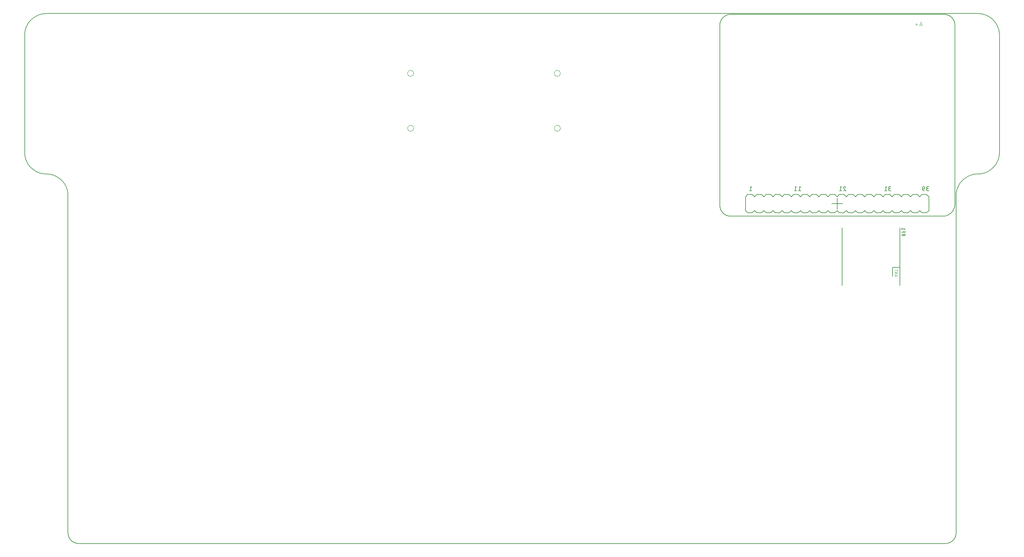
<source format=gbo>
G75*
%MOIN*%
%OFA0B0*%
%FSLAX25Y25*%
%IPPOS*%
%LPD*%
%AMOC8*
5,1,8,0,0,1.08239X$1,22.5*
%
%ADD10C,0.00600*%
%ADD11C,0.00000*%
%ADD12C,0.00500*%
%ADD13C,0.00400*%
%ADD14C,0.00300*%
D10*
X0094504Y0039386D02*
X0094504Y0407496D01*
X0094497Y0408067D01*
X0094476Y0408637D01*
X0094442Y0409207D01*
X0094394Y0409776D01*
X0094332Y0410343D01*
X0094256Y0410909D01*
X0094167Y0411473D01*
X0094064Y0412034D01*
X0093947Y0412593D01*
X0093818Y0413149D01*
X0093674Y0413702D01*
X0093518Y0414251D01*
X0093348Y0414796D01*
X0093165Y0415336D01*
X0092969Y0415872D01*
X0092760Y0416404D01*
X0092538Y0416930D01*
X0092304Y0417450D01*
X0092057Y0417965D01*
X0091798Y0418474D01*
X0091527Y0418976D01*
X0091243Y0419471D01*
X0090948Y0419960D01*
X0090641Y0420441D01*
X0090323Y0420915D01*
X0089993Y0421381D01*
X0089652Y0421838D01*
X0089299Y0422288D01*
X0088937Y0422728D01*
X0088563Y0423160D01*
X0088180Y0423583D01*
X0087786Y0423996D01*
X0087382Y0424400D01*
X0086969Y0424794D01*
X0086546Y0425177D01*
X0086114Y0425551D01*
X0085674Y0425913D01*
X0085224Y0426266D01*
X0084767Y0426607D01*
X0084301Y0426937D01*
X0083827Y0427255D01*
X0083346Y0427562D01*
X0082857Y0427857D01*
X0082362Y0428141D01*
X0081860Y0428412D01*
X0081351Y0428671D01*
X0080836Y0428918D01*
X0080316Y0429152D01*
X0079790Y0429374D01*
X0079258Y0429583D01*
X0078722Y0429779D01*
X0078182Y0429962D01*
X0077637Y0430132D01*
X0077088Y0430288D01*
X0076535Y0430432D01*
X0075979Y0430561D01*
X0075420Y0430678D01*
X0074859Y0430781D01*
X0074295Y0430870D01*
X0073729Y0430946D01*
X0073162Y0431008D01*
X0072593Y0431056D01*
X0072023Y0431090D01*
X0071453Y0431111D01*
X0070882Y0431118D01*
X0070311Y0431125D01*
X0069741Y0431146D01*
X0069171Y0431180D01*
X0068602Y0431228D01*
X0068035Y0431290D01*
X0067469Y0431366D01*
X0066905Y0431455D01*
X0066344Y0431558D01*
X0065785Y0431675D01*
X0065229Y0431804D01*
X0064676Y0431948D01*
X0064127Y0432104D01*
X0063582Y0432274D01*
X0063042Y0432457D01*
X0062506Y0432653D01*
X0061974Y0432862D01*
X0061448Y0433084D01*
X0060928Y0433318D01*
X0060413Y0433565D01*
X0059904Y0433824D01*
X0059402Y0434095D01*
X0058907Y0434379D01*
X0058418Y0434674D01*
X0057937Y0434981D01*
X0057463Y0435299D01*
X0056997Y0435629D01*
X0056540Y0435970D01*
X0056090Y0436323D01*
X0055650Y0436685D01*
X0055218Y0437059D01*
X0054795Y0437442D01*
X0054382Y0437836D01*
X0053978Y0438240D01*
X0053584Y0438653D01*
X0053201Y0439076D01*
X0052827Y0439508D01*
X0052465Y0439948D01*
X0052112Y0440398D01*
X0051771Y0440855D01*
X0051441Y0441321D01*
X0051123Y0441795D01*
X0050816Y0442276D01*
X0050521Y0442765D01*
X0050237Y0443260D01*
X0049966Y0443762D01*
X0049707Y0444271D01*
X0049460Y0444786D01*
X0049226Y0445306D01*
X0049004Y0445832D01*
X0048795Y0446364D01*
X0048599Y0446900D01*
X0048416Y0447440D01*
X0048246Y0447985D01*
X0048090Y0448534D01*
X0047946Y0449087D01*
X0047817Y0449643D01*
X0047700Y0450202D01*
X0047597Y0450763D01*
X0047508Y0451327D01*
X0047432Y0451893D01*
X0047370Y0452460D01*
X0047322Y0453029D01*
X0047288Y0453599D01*
X0047267Y0454169D01*
X0047260Y0454740D01*
X0047260Y0582693D01*
X0047267Y0583264D01*
X0047288Y0583834D01*
X0047322Y0584404D01*
X0047370Y0584973D01*
X0047432Y0585540D01*
X0047508Y0586106D01*
X0047597Y0586670D01*
X0047700Y0587231D01*
X0047817Y0587790D01*
X0047946Y0588346D01*
X0048090Y0588899D01*
X0048246Y0589448D01*
X0048416Y0589993D01*
X0048599Y0590533D01*
X0048795Y0591069D01*
X0049004Y0591601D01*
X0049226Y0592127D01*
X0049460Y0592647D01*
X0049707Y0593162D01*
X0049966Y0593671D01*
X0050237Y0594173D01*
X0050521Y0594668D01*
X0050816Y0595157D01*
X0051123Y0595638D01*
X0051441Y0596112D01*
X0051771Y0596578D01*
X0052112Y0597035D01*
X0052465Y0597485D01*
X0052827Y0597925D01*
X0053201Y0598357D01*
X0053584Y0598780D01*
X0053978Y0599193D01*
X0054382Y0599597D01*
X0054795Y0599991D01*
X0055218Y0600374D01*
X0055650Y0600748D01*
X0056090Y0601110D01*
X0056540Y0601463D01*
X0056997Y0601804D01*
X0057463Y0602134D01*
X0057937Y0602452D01*
X0058418Y0602759D01*
X0058907Y0603054D01*
X0059402Y0603338D01*
X0059904Y0603609D01*
X0060413Y0603868D01*
X0060928Y0604115D01*
X0061448Y0604349D01*
X0061974Y0604571D01*
X0062506Y0604780D01*
X0063042Y0604976D01*
X0063582Y0605159D01*
X0064127Y0605329D01*
X0064676Y0605485D01*
X0065229Y0605629D01*
X0065785Y0605758D01*
X0066344Y0605875D01*
X0066905Y0605978D01*
X0067469Y0606067D01*
X0068035Y0606143D01*
X0068602Y0606205D01*
X0069171Y0606253D01*
X0069741Y0606287D01*
X0070311Y0606308D01*
X0070882Y0606315D01*
X1086630Y0606315D01*
X1087201Y0606308D01*
X1087771Y0606287D01*
X1088341Y0606253D01*
X1088910Y0606205D01*
X1089477Y0606143D01*
X1090043Y0606067D01*
X1090607Y0605978D01*
X1091168Y0605875D01*
X1091727Y0605758D01*
X1092283Y0605629D01*
X1092836Y0605485D01*
X1093385Y0605329D01*
X1093930Y0605159D01*
X1094470Y0604976D01*
X1095006Y0604780D01*
X1095538Y0604571D01*
X1096064Y0604349D01*
X1096584Y0604115D01*
X1097099Y0603868D01*
X1097608Y0603609D01*
X1098110Y0603338D01*
X1098605Y0603054D01*
X1099094Y0602759D01*
X1099575Y0602452D01*
X1100049Y0602134D01*
X1100515Y0601804D01*
X1100972Y0601463D01*
X1101422Y0601110D01*
X1101862Y0600748D01*
X1102294Y0600374D01*
X1102717Y0599991D01*
X1103130Y0599597D01*
X1103534Y0599193D01*
X1103928Y0598780D01*
X1104311Y0598357D01*
X1104685Y0597925D01*
X1105047Y0597485D01*
X1105400Y0597035D01*
X1105741Y0596578D01*
X1106071Y0596112D01*
X1106389Y0595638D01*
X1106696Y0595157D01*
X1106991Y0594668D01*
X1107275Y0594173D01*
X1107546Y0593671D01*
X1107805Y0593162D01*
X1108052Y0592647D01*
X1108286Y0592127D01*
X1108508Y0591601D01*
X1108717Y0591069D01*
X1108913Y0590533D01*
X1109096Y0589993D01*
X1109266Y0589448D01*
X1109422Y0588899D01*
X1109566Y0588346D01*
X1109695Y0587790D01*
X1109812Y0587231D01*
X1109915Y0586670D01*
X1110004Y0586106D01*
X1110080Y0585540D01*
X1110142Y0584973D01*
X1110190Y0584404D01*
X1110224Y0583834D01*
X1110245Y0583264D01*
X1110252Y0582693D01*
X1110252Y0454740D01*
X1110245Y0454169D01*
X1110224Y0453599D01*
X1110190Y0453029D01*
X1110142Y0452460D01*
X1110080Y0451893D01*
X1110004Y0451327D01*
X1109915Y0450763D01*
X1109812Y0450202D01*
X1109695Y0449643D01*
X1109566Y0449087D01*
X1109422Y0448534D01*
X1109266Y0447985D01*
X1109096Y0447440D01*
X1108913Y0446900D01*
X1108717Y0446364D01*
X1108508Y0445832D01*
X1108286Y0445306D01*
X1108052Y0444786D01*
X1107805Y0444271D01*
X1107546Y0443762D01*
X1107275Y0443260D01*
X1106991Y0442765D01*
X1106696Y0442276D01*
X1106389Y0441795D01*
X1106071Y0441321D01*
X1105741Y0440855D01*
X1105400Y0440398D01*
X1105047Y0439948D01*
X1104685Y0439508D01*
X1104311Y0439076D01*
X1103928Y0438653D01*
X1103534Y0438240D01*
X1103130Y0437836D01*
X1102717Y0437442D01*
X1102294Y0437059D01*
X1101862Y0436685D01*
X1101422Y0436323D01*
X1100972Y0435970D01*
X1100515Y0435629D01*
X1100049Y0435299D01*
X1099575Y0434981D01*
X1099094Y0434674D01*
X1098605Y0434379D01*
X1098110Y0434095D01*
X1097608Y0433824D01*
X1097099Y0433565D01*
X1096584Y0433318D01*
X1096064Y0433084D01*
X1095538Y0432862D01*
X1095006Y0432653D01*
X1094470Y0432457D01*
X1093930Y0432274D01*
X1093385Y0432104D01*
X1092836Y0431948D01*
X1092283Y0431804D01*
X1091727Y0431675D01*
X1091168Y0431558D01*
X1090607Y0431455D01*
X1090043Y0431366D01*
X1089477Y0431290D01*
X1088910Y0431228D01*
X1088341Y0431180D01*
X1087771Y0431146D01*
X1087201Y0431125D01*
X1086630Y0431118D01*
X1086059Y0431111D01*
X1085489Y0431090D01*
X1084919Y0431056D01*
X1084350Y0431008D01*
X1083783Y0430946D01*
X1083217Y0430870D01*
X1082653Y0430781D01*
X1082092Y0430678D01*
X1081533Y0430561D01*
X1080977Y0430432D01*
X1080424Y0430288D01*
X1079875Y0430132D01*
X1079330Y0429962D01*
X1078790Y0429779D01*
X1078254Y0429583D01*
X1077722Y0429374D01*
X1077196Y0429152D01*
X1076676Y0428918D01*
X1076161Y0428671D01*
X1075652Y0428412D01*
X1075150Y0428141D01*
X1074655Y0427857D01*
X1074166Y0427562D01*
X1073685Y0427255D01*
X1073211Y0426937D01*
X1072745Y0426607D01*
X1072288Y0426266D01*
X1071838Y0425913D01*
X1071398Y0425551D01*
X1070966Y0425177D01*
X1070543Y0424794D01*
X1070130Y0424400D01*
X1069726Y0423996D01*
X1069332Y0423583D01*
X1068949Y0423160D01*
X1068575Y0422728D01*
X1068213Y0422288D01*
X1067860Y0421838D01*
X1067519Y0421381D01*
X1067189Y0420915D01*
X1066871Y0420441D01*
X1066564Y0419960D01*
X1066269Y0419471D01*
X1065985Y0418976D01*
X1065714Y0418474D01*
X1065455Y0417965D01*
X1065208Y0417450D01*
X1064974Y0416930D01*
X1064752Y0416404D01*
X1064543Y0415872D01*
X1064347Y0415336D01*
X1064164Y0414796D01*
X1063994Y0414251D01*
X1063838Y0413702D01*
X1063694Y0413149D01*
X1063565Y0412593D01*
X1063448Y0412034D01*
X1063345Y0411473D01*
X1063256Y0410909D01*
X1063180Y0410343D01*
X1063118Y0409776D01*
X1063070Y0409207D01*
X1063036Y0408637D01*
X1063015Y0408067D01*
X1063008Y0407496D01*
X1063008Y0039386D01*
X1063005Y0039101D01*
X1062994Y0038815D01*
X1062977Y0038530D01*
X1062953Y0038246D01*
X1062922Y0037962D01*
X1062884Y0037679D01*
X1062839Y0037398D01*
X1062788Y0037117D01*
X1062730Y0036837D01*
X1062665Y0036559D01*
X1062593Y0036283D01*
X1062515Y0036009D01*
X1062430Y0035736D01*
X1062338Y0035466D01*
X1062240Y0035198D01*
X1062136Y0034932D01*
X1062025Y0034669D01*
X1061908Y0034409D01*
X1061785Y0034151D01*
X1061655Y0033897D01*
X1061519Y0033646D01*
X1061378Y0033398D01*
X1061230Y0033154D01*
X1061077Y0032913D01*
X1060917Y0032677D01*
X1060752Y0032444D01*
X1060582Y0032215D01*
X1060406Y0031990D01*
X1060224Y0031770D01*
X1060038Y0031554D01*
X1059846Y0031343D01*
X1059649Y0031136D01*
X1059447Y0030934D01*
X1059240Y0030737D01*
X1059029Y0030545D01*
X1058813Y0030359D01*
X1058593Y0030177D01*
X1058368Y0030001D01*
X1058139Y0029831D01*
X1057906Y0029666D01*
X1057670Y0029506D01*
X1057429Y0029353D01*
X1057185Y0029205D01*
X1056937Y0029064D01*
X1056686Y0028928D01*
X1056432Y0028798D01*
X1056174Y0028675D01*
X1055914Y0028558D01*
X1055651Y0028447D01*
X1055385Y0028343D01*
X1055117Y0028245D01*
X1054847Y0028153D01*
X1054574Y0028068D01*
X1054300Y0027990D01*
X1054024Y0027918D01*
X1053746Y0027853D01*
X1053466Y0027795D01*
X1053185Y0027744D01*
X1052904Y0027699D01*
X1052621Y0027661D01*
X1052337Y0027630D01*
X1052053Y0027606D01*
X1051768Y0027589D01*
X1051482Y0027578D01*
X1051197Y0027575D01*
X0106315Y0027575D01*
X0106030Y0027578D01*
X0105744Y0027589D01*
X0105459Y0027606D01*
X0105175Y0027630D01*
X0104891Y0027661D01*
X0104608Y0027699D01*
X0104327Y0027744D01*
X0104046Y0027795D01*
X0103766Y0027853D01*
X0103488Y0027918D01*
X0103212Y0027990D01*
X0102938Y0028068D01*
X0102665Y0028153D01*
X0102395Y0028245D01*
X0102127Y0028343D01*
X0101861Y0028447D01*
X0101598Y0028558D01*
X0101338Y0028675D01*
X0101080Y0028798D01*
X0100826Y0028928D01*
X0100575Y0029064D01*
X0100327Y0029205D01*
X0100083Y0029353D01*
X0099842Y0029506D01*
X0099606Y0029666D01*
X0099373Y0029831D01*
X0099144Y0030001D01*
X0098919Y0030177D01*
X0098699Y0030359D01*
X0098483Y0030545D01*
X0098272Y0030737D01*
X0098065Y0030934D01*
X0097863Y0031136D01*
X0097666Y0031343D01*
X0097474Y0031554D01*
X0097288Y0031770D01*
X0097106Y0031990D01*
X0096930Y0032215D01*
X0096760Y0032444D01*
X0096595Y0032677D01*
X0096435Y0032913D01*
X0096282Y0033154D01*
X0096134Y0033398D01*
X0095993Y0033646D01*
X0095857Y0033897D01*
X0095727Y0034151D01*
X0095604Y0034409D01*
X0095487Y0034669D01*
X0095376Y0034932D01*
X0095272Y0035198D01*
X0095174Y0035466D01*
X0095082Y0035736D01*
X0094997Y0036009D01*
X0094919Y0036283D01*
X0094847Y0036559D01*
X0094782Y0036837D01*
X0094724Y0037117D01*
X0094673Y0037398D01*
X0094628Y0037679D01*
X0094590Y0037962D01*
X0094559Y0038246D01*
X0094535Y0038530D01*
X0094518Y0038815D01*
X0094507Y0039101D01*
X0094504Y0039386D01*
X0833362Y0391276D02*
X0833362Y0406276D01*
X0835862Y0408776D01*
X0840862Y0408776D01*
X0843362Y0406276D01*
X0845862Y0408776D01*
X0850862Y0408776D01*
X0853362Y0406276D01*
X0855862Y0408776D01*
X0860862Y0408776D01*
X0863362Y0406276D01*
X0865862Y0408776D01*
X0870862Y0408776D01*
X0873362Y0406276D01*
X0875862Y0408776D01*
X0880862Y0408776D01*
X0883362Y0406276D01*
X0885862Y0408776D01*
X0890862Y0408776D01*
X0893362Y0406276D01*
X0895862Y0408776D01*
X0900862Y0408776D01*
X0903362Y0406276D01*
X0905862Y0408776D01*
X0910862Y0408776D01*
X0913362Y0406276D01*
X0915862Y0408776D01*
X0920862Y0408776D01*
X0923362Y0406276D01*
X0925862Y0408776D01*
X0930862Y0408776D01*
X0933362Y0406276D01*
X0935862Y0408776D01*
X0940862Y0408776D01*
X0943362Y0406276D01*
X0945862Y0408776D01*
X0950862Y0408776D01*
X0953362Y0406276D01*
X0955862Y0408776D01*
X0960862Y0408776D01*
X0963362Y0406276D01*
X0965862Y0408776D01*
X0970862Y0408776D01*
X0973362Y0406276D01*
X0975862Y0408776D01*
X0980862Y0408776D01*
X0983362Y0406276D01*
X0985862Y0408776D01*
X0990862Y0408776D01*
X0993362Y0406276D01*
X0995862Y0408776D01*
X1000862Y0408776D01*
X1003362Y0406276D01*
X1005862Y0408776D01*
X1010862Y0408776D01*
X1013362Y0406276D01*
X1015862Y0408776D01*
X1020862Y0408776D01*
X1023362Y0406276D01*
X1025862Y0408776D01*
X1030862Y0408776D01*
X1033362Y0406276D01*
X1033362Y0391276D01*
X1030862Y0388776D01*
X1025862Y0388776D01*
X1023362Y0391276D01*
X1020862Y0388776D01*
X1015862Y0388776D01*
X1013362Y0391276D01*
X1010862Y0388776D01*
X1005862Y0388776D01*
X1003362Y0391276D01*
X1000862Y0388776D01*
X0995862Y0388776D01*
X0993362Y0391276D01*
X0990862Y0388776D01*
X0985862Y0388776D01*
X0983362Y0391276D01*
X0980862Y0388776D01*
X0975862Y0388776D01*
X0973362Y0391276D01*
X0970862Y0388776D01*
X0965862Y0388776D01*
X0963362Y0391276D01*
X0960862Y0388776D01*
X0955862Y0388776D01*
X0953362Y0391276D01*
X0950862Y0388776D01*
X0945862Y0388776D01*
X0943362Y0391276D01*
X0940862Y0388776D01*
X0935862Y0388776D01*
X0933362Y0391276D01*
X0930862Y0388776D01*
X0925862Y0388776D01*
X0923362Y0391276D01*
X0920862Y0388776D01*
X0915862Y0388776D01*
X0913362Y0391276D01*
X0910862Y0388776D01*
X0905862Y0388776D01*
X0903362Y0391276D01*
X0900862Y0388776D01*
X0895862Y0388776D01*
X0893362Y0391276D01*
X0890862Y0388776D01*
X0885862Y0388776D01*
X0883362Y0391276D01*
X0880862Y0388776D01*
X0875862Y0388776D01*
X0873362Y0391276D01*
X0870862Y0388776D01*
X0865862Y0388776D01*
X0863362Y0391276D01*
X0860862Y0388776D01*
X0855862Y0388776D01*
X0853362Y0391276D01*
X0850862Y0388776D01*
X0845862Y0388776D01*
X0843362Y0391276D01*
X0840862Y0388776D01*
X0835862Y0388776D01*
X0833362Y0391276D01*
D11*
X0624719Y0481157D02*
X0624721Y0481270D01*
X0624727Y0481384D01*
X0624737Y0481497D01*
X0624751Y0481609D01*
X0624768Y0481721D01*
X0624790Y0481833D01*
X0624816Y0481943D01*
X0624845Y0482053D01*
X0624878Y0482161D01*
X0624915Y0482269D01*
X0624956Y0482374D01*
X0625000Y0482479D01*
X0625048Y0482582D01*
X0625099Y0482683D01*
X0625154Y0482782D01*
X0625213Y0482879D01*
X0625275Y0482974D01*
X0625340Y0483067D01*
X0625408Y0483158D01*
X0625479Y0483246D01*
X0625554Y0483332D01*
X0625631Y0483415D01*
X0625711Y0483495D01*
X0625794Y0483572D01*
X0625880Y0483647D01*
X0625968Y0483718D01*
X0626059Y0483786D01*
X0626152Y0483851D01*
X0626247Y0483913D01*
X0626344Y0483972D01*
X0626443Y0484027D01*
X0626544Y0484078D01*
X0626647Y0484126D01*
X0626752Y0484170D01*
X0626857Y0484211D01*
X0626965Y0484248D01*
X0627073Y0484281D01*
X0627183Y0484310D01*
X0627293Y0484336D01*
X0627405Y0484358D01*
X0627517Y0484375D01*
X0627629Y0484389D01*
X0627742Y0484399D01*
X0627856Y0484405D01*
X0627969Y0484407D01*
X0628082Y0484405D01*
X0628196Y0484399D01*
X0628309Y0484389D01*
X0628421Y0484375D01*
X0628533Y0484358D01*
X0628645Y0484336D01*
X0628755Y0484310D01*
X0628865Y0484281D01*
X0628973Y0484248D01*
X0629081Y0484211D01*
X0629186Y0484170D01*
X0629291Y0484126D01*
X0629394Y0484078D01*
X0629495Y0484027D01*
X0629594Y0483972D01*
X0629691Y0483913D01*
X0629786Y0483851D01*
X0629879Y0483786D01*
X0629970Y0483718D01*
X0630058Y0483647D01*
X0630144Y0483572D01*
X0630227Y0483495D01*
X0630307Y0483415D01*
X0630384Y0483332D01*
X0630459Y0483246D01*
X0630530Y0483158D01*
X0630598Y0483067D01*
X0630663Y0482974D01*
X0630725Y0482879D01*
X0630784Y0482782D01*
X0630839Y0482683D01*
X0630890Y0482582D01*
X0630938Y0482479D01*
X0630982Y0482374D01*
X0631023Y0482269D01*
X0631060Y0482161D01*
X0631093Y0482053D01*
X0631122Y0481943D01*
X0631148Y0481833D01*
X0631170Y0481721D01*
X0631187Y0481609D01*
X0631201Y0481497D01*
X0631211Y0481384D01*
X0631217Y0481270D01*
X0631219Y0481157D01*
X0631217Y0481044D01*
X0631211Y0480930D01*
X0631201Y0480817D01*
X0631187Y0480705D01*
X0631170Y0480593D01*
X0631148Y0480481D01*
X0631122Y0480371D01*
X0631093Y0480261D01*
X0631060Y0480153D01*
X0631023Y0480045D01*
X0630982Y0479940D01*
X0630938Y0479835D01*
X0630890Y0479732D01*
X0630839Y0479631D01*
X0630784Y0479532D01*
X0630725Y0479435D01*
X0630663Y0479340D01*
X0630598Y0479247D01*
X0630530Y0479156D01*
X0630459Y0479068D01*
X0630384Y0478982D01*
X0630307Y0478899D01*
X0630227Y0478819D01*
X0630144Y0478742D01*
X0630058Y0478667D01*
X0629970Y0478596D01*
X0629879Y0478528D01*
X0629786Y0478463D01*
X0629691Y0478401D01*
X0629594Y0478342D01*
X0629495Y0478287D01*
X0629394Y0478236D01*
X0629291Y0478188D01*
X0629186Y0478144D01*
X0629081Y0478103D01*
X0628973Y0478066D01*
X0628865Y0478033D01*
X0628755Y0478004D01*
X0628645Y0477978D01*
X0628533Y0477956D01*
X0628421Y0477939D01*
X0628309Y0477925D01*
X0628196Y0477915D01*
X0628082Y0477909D01*
X0627969Y0477907D01*
X0627856Y0477909D01*
X0627742Y0477915D01*
X0627629Y0477925D01*
X0627517Y0477939D01*
X0627405Y0477956D01*
X0627293Y0477978D01*
X0627183Y0478004D01*
X0627073Y0478033D01*
X0626965Y0478066D01*
X0626857Y0478103D01*
X0626752Y0478144D01*
X0626647Y0478188D01*
X0626544Y0478236D01*
X0626443Y0478287D01*
X0626344Y0478342D01*
X0626247Y0478401D01*
X0626152Y0478463D01*
X0626059Y0478528D01*
X0625968Y0478596D01*
X0625880Y0478667D01*
X0625794Y0478742D01*
X0625711Y0478819D01*
X0625631Y0478899D01*
X0625554Y0478982D01*
X0625479Y0479068D01*
X0625408Y0479156D01*
X0625340Y0479247D01*
X0625275Y0479340D01*
X0625213Y0479435D01*
X0625154Y0479532D01*
X0625099Y0479631D01*
X0625048Y0479732D01*
X0625000Y0479835D01*
X0624956Y0479940D01*
X0624915Y0480045D01*
X0624878Y0480153D01*
X0624845Y0480261D01*
X0624816Y0480371D01*
X0624790Y0480481D01*
X0624768Y0480593D01*
X0624751Y0480705D01*
X0624737Y0480817D01*
X0624727Y0480930D01*
X0624721Y0481044D01*
X0624719Y0481157D01*
X0624719Y0541157D02*
X0624721Y0541270D01*
X0624727Y0541384D01*
X0624737Y0541497D01*
X0624751Y0541609D01*
X0624768Y0541721D01*
X0624790Y0541833D01*
X0624816Y0541943D01*
X0624845Y0542053D01*
X0624878Y0542161D01*
X0624915Y0542269D01*
X0624956Y0542374D01*
X0625000Y0542479D01*
X0625048Y0542582D01*
X0625099Y0542683D01*
X0625154Y0542782D01*
X0625213Y0542879D01*
X0625275Y0542974D01*
X0625340Y0543067D01*
X0625408Y0543158D01*
X0625479Y0543246D01*
X0625554Y0543332D01*
X0625631Y0543415D01*
X0625711Y0543495D01*
X0625794Y0543572D01*
X0625880Y0543647D01*
X0625968Y0543718D01*
X0626059Y0543786D01*
X0626152Y0543851D01*
X0626247Y0543913D01*
X0626344Y0543972D01*
X0626443Y0544027D01*
X0626544Y0544078D01*
X0626647Y0544126D01*
X0626752Y0544170D01*
X0626857Y0544211D01*
X0626965Y0544248D01*
X0627073Y0544281D01*
X0627183Y0544310D01*
X0627293Y0544336D01*
X0627405Y0544358D01*
X0627517Y0544375D01*
X0627629Y0544389D01*
X0627742Y0544399D01*
X0627856Y0544405D01*
X0627969Y0544407D01*
X0628082Y0544405D01*
X0628196Y0544399D01*
X0628309Y0544389D01*
X0628421Y0544375D01*
X0628533Y0544358D01*
X0628645Y0544336D01*
X0628755Y0544310D01*
X0628865Y0544281D01*
X0628973Y0544248D01*
X0629081Y0544211D01*
X0629186Y0544170D01*
X0629291Y0544126D01*
X0629394Y0544078D01*
X0629495Y0544027D01*
X0629594Y0543972D01*
X0629691Y0543913D01*
X0629786Y0543851D01*
X0629879Y0543786D01*
X0629970Y0543718D01*
X0630058Y0543647D01*
X0630144Y0543572D01*
X0630227Y0543495D01*
X0630307Y0543415D01*
X0630384Y0543332D01*
X0630459Y0543246D01*
X0630530Y0543158D01*
X0630598Y0543067D01*
X0630663Y0542974D01*
X0630725Y0542879D01*
X0630784Y0542782D01*
X0630839Y0542683D01*
X0630890Y0542582D01*
X0630938Y0542479D01*
X0630982Y0542374D01*
X0631023Y0542269D01*
X0631060Y0542161D01*
X0631093Y0542053D01*
X0631122Y0541943D01*
X0631148Y0541833D01*
X0631170Y0541721D01*
X0631187Y0541609D01*
X0631201Y0541497D01*
X0631211Y0541384D01*
X0631217Y0541270D01*
X0631219Y0541157D01*
X0631217Y0541044D01*
X0631211Y0540930D01*
X0631201Y0540817D01*
X0631187Y0540705D01*
X0631170Y0540593D01*
X0631148Y0540481D01*
X0631122Y0540371D01*
X0631093Y0540261D01*
X0631060Y0540153D01*
X0631023Y0540045D01*
X0630982Y0539940D01*
X0630938Y0539835D01*
X0630890Y0539732D01*
X0630839Y0539631D01*
X0630784Y0539532D01*
X0630725Y0539435D01*
X0630663Y0539340D01*
X0630598Y0539247D01*
X0630530Y0539156D01*
X0630459Y0539068D01*
X0630384Y0538982D01*
X0630307Y0538899D01*
X0630227Y0538819D01*
X0630144Y0538742D01*
X0630058Y0538667D01*
X0629970Y0538596D01*
X0629879Y0538528D01*
X0629786Y0538463D01*
X0629691Y0538401D01*
X0629594Y0538342D01*
X0629495Y0538287D01*
X0629394Y0538236D01*
X0629291Y0538188D01*
X0629186Y0538144D01*
X0629081Y0538103D01*
X0628973Y0538066D01*
X0628865Y0538033D01*
X0628755Y0538004D01*
X0628645Y0537978D01*
X0628533Y0537956D01*
X0628421Y0537939D01*
X0628309Y0537925D01*
X0628196Y0537915D01*
X0628082Y0537909D01*
X0627969Y0537907D01*
X0627856Y0537909D01*
X0627742Y0537915D01*
X0627629Y0537925D01*
X0627517Y0537939D01*
X0627405Y0537956D01*
X0627293Y0537978D01*
X0627183Y0538004D01*
X0627073Y0538033D01*
X0626965Y0538066D01*
X0626857Y0538103D01*
X0626752Y0538144D01*
X0626647Y0538188D01*
X0626544Y0538236D01*
X0626443Y0538287D01*
X0626344Y0538342D01*
X0626247Y0538401D01*
X0626152Y0538463D01*
X0626059Y0538528D01*
X0625968Y0538596D01*
X0625880Y0538667D01*
X0625794Y0538742D01*
X0625711Y0538819D01*
X0625631Y0538899D01*
X0625554Y0538982D01*
X0625479Y0539068D01*
X0625408Y0539156D01*
X0625340Y0539247D01*
X0625275Y0539340D01*
X0625213Y0539435D01*
X0625154Y0539532D01*
X0625099Y0539631D01*
X0625048Y0539732D01*
X0625000Y0539835D01*
X0624956Y0539940D01*
X0624915Y0540045D01*
X0624878Y0540153D01*
X0624845Y0540261D01*
X0624816Y0540371D01*
X0624790Y0540481D01*
X0624768Y0540593D01*
X0624751Y0540705D01*
X0624737Y0540817D01*
X0624727Y0540930D01*
X0624721Y0541044D01*
X0624719Y0541157D01*
X0464719Y0541157D02*
X0464721Y0541270D01*
X0464727Y0541384D01*
X0464737Y0541497D01*
X0464751Y0541609D01*
X0464768Y0541721D01*
X0464790Y0541833D01*
X0464816Y0541943D01*
X0464845Y0542053D01*
X0464878Y0542161D01*
X0464915Y0542269D01*
X0464956Y0542374D01*
X0465000Y0542479D01*
X0465048Y0542582D01*
X0465099Y0542683D01*
X0465154Y0542782D01*
X0465213Y0542879D01*
X0465275Y0542974D01*
X0465340Y0543067D01*
X0465408Y0543158D01*
X0465479Y0543246D01*
X0465554Y0543332D01*
X0465631Y0543415D01*
X0465711Y0543495D01*
X0465794Y0543572D01*
X0465880Y0543647D01*
X0465968Y0543718D01*
X0466059Y0543786D01*
X0466152Y0543851D01*
X0466247Y0543913D01*
X0466344Y0543972D01*
X0466443Y0544027D01*
X0466544Y0544078D01*
X0466647Y0544126D01*
X0466752Y0544170D01*
X0466857Y0544211D01*
X0466965Y0544248D01*
X0467073Y0544281D01*
X0467183Y0544310D01*
X0467293Y0544336D01*
X0467405Y0544358D01*
X0467517Y0544375D01*
X0467629Y0544389D01*
X0467742Y0544399D01*
X0467856Y0544405D01*
X0467969Y0544407D01*
X0468082Y0544405D01*
X0468196Y0544399D01*
X0468309Y0544389D01*
X0468421Y0544375D01*
X0468533Y0544358D01*
X0468645Y0544336D01*
X0468755Y0544310D01*
X0468865Y0544281D01*
X0468973Y0544248D01*
X0469081Y0544211D01*
X0469186Y0544170D01*
X0469291Y0544126D01*
X0469394Y0544078D01*
X0469495Y0544027D01*
X0469594Y0543972D01*
X0469691Y0543913D01*
X0469786Y0543851D01*
X0469879Y0543786D01*
X0469970Y0543718D01*
X0470058Y0543647D01*
X0470144Y0543572D01*
X0470227Y0543495D01*
X0470307Y0543415D01*
X0470384Y0543332D01*
X0470459Y0543246D01*
X0470530Y0543158D01*
X0470598Y0543067D01*
X0470663Y0542974D01*
X0470725Y0542879D01*
X0470784Y0542782D01*
X0470839Y0542683D01*
X0470890Y0542582D01*
X0470938Y0542479D01*
X0470982Y0542374D01*
X0471023Y0542269D01*
X0471060Y0542161D01*
X0471093Y0542053D01*
X0471122Y0541943D01*
X0471148Y0541833D01*
X0471170Y0541721D01*
X0471187Y0541609D01*
X0471201Y0541497D01*
X0471211Y0541384D01*
X0471217Y0541270D01*
X0471219Y0541157D01*
X0471217Y0541044D01*
X0471211Y0540930D01*
X0471201Y0540817D01*
X0471187Y0540705D01*
X0471170Y0540593D01*
X0471148Y0540481D01*
X0471122Y0540371D01*
X0471093Y0540261D01*
X0471060Y0540153D01*
X0471023Y0540045D01*
X0470982Y0539940D01*
X0470938Y0539835D01*
X0470890Y0539732D01*
X0470839Y0539631D01*
X0470784Y0539532D01*
X0470725Y0539435D01*
X0470663Y0539340D01*
X0470598Y0539247D01*
X0470530Y0539156D01*
X0470459Y0539068D01*
X0470384Y0538982D01*
X0470307Y0538899D01*
X0470227Y0538819D01*
X0470144Y0538742D01*
X0470058Y0538667D01*
X0469970Y0538596D01*
X0469879Y0538528D01*
X0469786Y0538463D01*
X0469691Y0538401D01*
X0469594Y0538342D01*
X0469495Y0538287D01*
X0469394Y0538236D01*
X0469291Y0538188D01*
X0469186Y0538144D01*
X0469081Y0538103D01*
X0468973Y0538066D01*
X0468865Y0538033D01*
X0468755Y0538004D01*
X0468645Y0537978D01*
X0468533Y0537956D01*
X0468421Y0537939D01*
X0468309Y0537925D01*
X0468196Y0537915D01*
X0468082Y0537909D01*
X0467969Y0537907D01*
X0467856Y0537909D01*
X0467742Y0537915D01*
X0467629Y0537925D01*
X0467517Y0537939D01*
X0467405Y0537956D01*
X0467293Y0537978D01*
X0467183Y0538004D01*
X0467073Y0538033D01*
X0466965Y0538066D01*
X0466857Y0538103D01*
X0466752Y0538144D01*
X0466647Y0538188D01*
X0466544Y0538236D01*
X0466443Y0538287D01*
X0466344Y0538342D01*
X0466247Y0538401D01*
X0466152Y0538463D01*
X0466059Y0538528D01*
X0465968Y0538596D01*
X0465880Y0538667D01*
X0465794Y0538742D01*
X0465711Y0538819D01*
X0465631Y0538899D01*
X0465554Y0538982D01*
X0465479Y0539068D01*
X0465408Y0539156D01*
X0465340Y0539247D01*
X0465275Y0539340D01*
X0465213Y0539435D01*
X0465154Y0539532D01*
X0465099Y0539631D01*
X0465048Y0539732D01*
X0465000Y0539835D01*
X0464956Y0539940D01*
X0464915Y0540045D01*
X0464878Y0540153D01*
X0464845Y0540261D01*
X0464816Y0540371D01*
X0464790Y0540481D01*
X0464768Y0540593D01*
X0464751Y0540705D01*
X0464737Y0540817D01*
X0464727Y0540930D01*
X0464721Y0541044D01*
X0464719Y0541157D01*
X0464719Y0481157D02*
X0464721Y0481270D01*
X0464727Y0481384D01*
X0464737Y0481497D01*
X0464751Y0481609D01*
X0464768Y0481721D01*
X0464790Y0481833D01*
X0464816Y0481943D01*
X0464845Y0482053D01*
X0464878Y0482161D01*
X0464915Y0482269D01*
X0464956Y0482374D01*
X0465000Y0482479D01*
X0465048Y0482582D01*
X0465099Y0482683D01*
X0465154Y0482782D01*
X0465213Y0482879D01*
X0465275Y0482974D01*
X0465340Y0483067D01*
X0465408Y0483158D01*
X0465479Y0483246D01*
X0465554Y0483332D01*
X0465631Y0483415D01*
X0465711Y0483495D01*
X0465794Y0483572D01*
X0465880Y0483647D01*
X0465968Y0483718D01*
X0466059Y0483786D01*
X0466152Y0483851D01*
X0466247Y0483913D01*
X0466344Y0483972D01*
X0466443Y0484027D01*
X0466544Y0484078D01*
X0466647Y0484126D01*
X0466752Y0484170D01*
X0466857Y0484211D01*
X0466965Y0484248D01*
X0467073Y0484281D01*
X0467183Y0484310D01*
X0467293Y0484336D01*
X0467405Y0484358D01*
X0467517Y0484375D01*
X0467629Y0484389D01*
X0467742Y0484399D01*
X0467856Y0484405D01*
X0467969Y0484407D01*
X0468082Y0484405D01*
X0468196Y0484399D01*
X0468309Y0484389D01*
X0468421Y0484375D01*
X0468533Y0484358D01*
X0468645Y0484336D01*
X0468755Y0484310D01*
X0468865Y0484281D01*
X0468973Y0484248D01*
X0469081Y0484211D01*
X0469186Y0484170D01*
X0469291Y0484126D01*
X0469394Y0484078D01*
X0469495Y0484027D01*
X0469594Y0483972D01*
X0469691Y0483913D01*
X0469786Y0483851D01*
X0469879Y0483786D01*
X0469970Y0483718D01*
X0470058Y0483647D01*
X0470144Y0483572D01*
X0470227Y0483495D01*
X0470307Y0483415D01*
X0470384Y0483332D01*
X0470459Y0483246D01*
X0470530Y0483158D01*
X0470598Y0483067D01*
X0470663Y0482974D01*
X0470725Y0482879D01*
X0470784Y0482782D01*
X0470839Y0482683D01*
X0470890Y0482582D01*
X0470938Y0482479D01*
X0470982Y0482374D01*
X0471023Y0482269D01*
X0471060Y0482161D01*
X0471093Y0482053D01*
X0471122Y0481943D01*
X0471148Y0481833D01*
X0471170Y0481721D01*
X0471187Y0481609D01*
X0471201Y0481497D01*
X0471211Y0481384D01*
X0471217Y0481270D01*
X0471219Y0481157D01*
X0471217Y0481044D01*
X0471211Y0480930D01*
X0471201Y0480817D01*
X0471187Y0480705D01*
X0471170Y0480593D01*
X0471148Y0480481D01*
X0471122Y0480371D01*
X0471093Y0480261D01*
X0471060Y0480153D01*
X0471023Y0480045D01*
X0470982Y0479940D01*
X0470938Y0479835D01*
X0470890Y0479732D01*
X0470839Y0479631D01*
X0470784Y0479532D01*
X0470725Y0479435D01*
X0470663Y0479340D01*
X0470598Y0479247D01*
X0470530Y0479156D01*
X0470459Y0479068D01*
X0470384Y0478982D01*
X0470307Y0478899D01*
X0470227Y0478819D01*
X0470144Y0478742D01*
X0470058Y0478667D01*
X0469970Y0478596D01*
X0469879Y0478528D01*
X0469786Y0478463D01*
X0469691Y0478401D01*
X0469594Y0478342D01*
X0469495Y0478287D01*
X0469394Y0478236D01*
X0469291Y0478188D01*
X0469186Y0478144D01*
X0469081Y0478103D01*
X0468973Y0478066D01*
X0468865Y0478033D01*
X0468755Y0478004D01*
X0468645Y0477978D01*
X0468533Y0477956D01*
X0468421Y0477939D01*
X0468309Y0477925D01*
X0468196Y0477915D01*
X0468082Y0477909D01*
X0467969Y0477907D01*
X0467856Y0477909D01*
X0467742Y0477915D01*
X0467629Y0477925D01*
X0467517Y0477939D01*
X0467405Y0477956D01*
X0467293Y0477978D01*
X0467183Y0478004D01*
X0467073Y0478033D01*
X0466965Y0478066D01*
X0466857Y0478103D01*
X0466752Y0478144D01*
X0466647Y0478188D01*
X0466544Y0478236D01*
X0466443Y0478287D01*
X0466344Y0478342D01*
X0466247Y0478401D01*
X0466152Y0478463D01*
X0466059Y0478528D01*
X0465968Y0478596D01*
X0465880Y0478667D01*
X0465794Y0478742D01*
X0465711Y0478819D01*
X0465631Y0478899D01*
X0465554Y0478982D01*
X0465479Y0479068D01*
X0465408Y0479156D01*
X0465340Y0479247D01*
X0465275Y0479340D01*
X0465213Y0479435D01*
X0465154Y0479532D01*
X0465099Y0479631D01*
X0465048Y0479732D01*
X0465000Y0479835D01*
X0464956Y0479940D01*
X0464915Y0480045D01*
X0464878Y0480153D01*
X0464845Y0480261D01*
X0464816Y0480371D01*
X0464790Y0480481D01*
X0464768Y0480593D01*
X0464751Y0480705D01*
X0464737Y0480817D01*
X0464727Y0480930D01*
X0464721Y0481044D01*
X0464719Y0481157D01*
D12*
X0805409Y0396807D02*
X0805409Y0593657D01*
X0805412Y0593942D01*
X0805423Y0594228D01*
X0805440Y0594513D01*
X0805464Y0594797D01*
X0805495Y0595081D01*
X0805533Y0595364D01*
X0805578Y0595645D01*
X0805629Y0595926D01*
X0805687Y0596206D01*
X0805752Y0596484D01*
X0805824Y0596760D01*
X0805902Y0597034D01*
X0805987Y0597307D01*
X0806079Y0597577D01*
X0806177Y0597845D01*
X0806281Y0598111D01*
X0806392Y0598374D01*
X0806509Y0598634D01*
X0806632Y0598892D01*
X0806762Y0599146D01*
X0806898Y0599397D01*
X0807039Y0599645D01*
X0807187Y0599889D01*
X0807340Y0600130D01*
X0807500Y0600366D01*
X0807665Y0600599D01*
X0807835Y0600828D01*
X0808011Y0601053D01*
X0808193Y0601273D01*
X0808379Y0601489D01*
X0808571Y0601700D01*
X0808768Y0601907D01*
X0808970Y0602109D01*
X0809177Y0602306D01*
X0809388Y0602498D01*
X0809604Y0602684D01*
X0809824Y0602866D01*
X0810049Y0603042D01*
X0810278Y0603212D01*
X0810511Y0603377D01*
X0810747Y0603537D01*
X0810988Y0603690D01*
X0811232Y0603838D01*
X0811480Y0603979D01*
X0811731Y0604115D01*
X0811985Y0604245D01*
X0812243Y0604368D01*
X0812503Y0604485D01*
X0812766Y0604596D01*
X0813032Y0604700D01*
X0813300Y0604798D01*
X0813570Y0604890D01*
X0813843Y0604975D01*
X0814117Y0605053D01*
X0814393Y0605125D01*
X0814671Y0605190D01*
X0814951Y0605248D01*
X0815232Y0605299D01*
X0815513Y0605344D01*
X0815796Y0605382D01*
X0816080Y0605413D01*
X0816364Y0605437D01*
X0816649Y0605454D01*
X0816935Y0605465D01*
X0817220Y0605468D01*
X0817220Y0605469D02*
X0816827Y0605469D01*
X0817220Y0605469D02*
X1049898Y0605469D01*
X1049898Y0605468D02*
X1050183Y0605465D01*
X1050469Y0605454D01*
X1050754Y0605437D01*
X1051038Y0605413D01*
X1051322Y0605382D01*
X1051605Y0605344D01*
X1051886Y0605299D01*
X1052167Y0605248D01*
X1052447Y0605190D01*
X1052725Y0605125D01*
X1053001Y0605053D01*
X1053275Y0604975D01*
X1053548Y0604890D01*
X1053818Y0604798D01*
X1054086Y0604700D01*
X1054352Y0604596D01*
X1054615Y0604485D01*
X1054875Y0604368D01*
X1055133Y0604245D01*
X1055387Y0604115D01*
X1055638Y0603979D01*
X1055886Y0603838D01*
X1056130Y0603690D01*
X1056371Y0603537D01*
X1056607Y0603377D01*
X1056840Y0603212D01*
X1057069Y0603042D01*
X1057294Y0602866D01*
X1057514Y0602684D01*
X1057730Y0602498D01*
X1057941Y0602306D01*
X1058148Y0602109D01*
X1058350Y0601907D01*
X1058547Y0601700D01*
X1058739Y0601489D01*
X1058925Y0601273D01*
X1059107Y0601053D01*
X1059283Y0600828D01*
X1059453Y0600599D01*
X1059618Y0600366D01*
X1059778Y0600130D01*
X1059931Y0599889D01*
X1060079Y0599645D01*
X1060220Y0599397D01*
X1060356Y0599146D01*
X1060486Y0598892D01*
X1060609Y0598634D01*
X1060726Y0598374D01*
X1060837Y0598111D01*
X1060941Y0597845D01*
X1061039Y0597577D01*
X1061131Y0597307D01*
X1061216Y0597034D01*
X1061294Y0596760D01*
X1061366Y0596484D01*
X1061431Y0596206D01*
X1061489Y0595926D01*
X1061540Y0595645D01*
X1061585Y0595364D01*
X1061623Y0595081D01*
X1061654Y0594797D01*
X1061678Y0594513D01*
X1061695Y0594228D01*
X1061706Y0593942D01*
X1061709Y0593657D01*
X1061709Y0398382D01*
X1061705Y0398059D01*
X1061693Y0397735D01*
X1061674Y0397412D01*
X1061647Y0397090D01*
X1061611Y0396768D01*
X1061569Y0396448D01*
X1061518Y0396128D01*
X1061460Y0395810D01*
X1061394Y0395494D01*
X1061320Y0395179D01*
X1061239Y0394865D01*
X1061150Y0394554D01*
X1061054Y0394245D01*
X1060950Y0393939D01*
X1060839Y0393635D01*
X1060721Y0393334D01*
X1060595Y0393036D01*
X1060462Y0392741D01*
X1060323Y0392449D01*
X1060176Y0392161D01*
X1060022Y0391877D01*
X1059861Y0391596D01*
X1059694Y0391319D01*
X1059520Y0391046D01*
X1059339Y0390778D01*
X1059153Y0390514D01*
X1058959Y0390255D01*
X1058760Y0390000D01*
X1058554Y0389750D01*
X1058343Y0389505D01*
X1058125Y0389266D01*
X1057902Y0389032D01*
X1057673Y0388803D01*
X1057439Y0388580D01*
X1057200Y0388362D01*
X1056955Y0388151D01*
X1056705Y0387945D01*
X1056450Y0387746D01*
X1056191Y0387552D01*
X1055927Y0387366D01*
X1055659Y0387185D01*
X1055386Y0387011D01*
X1055109Y0386844D01*
X1054828Y0386683D01*
X1054544Y0386529D01*
X1054256Y0386382D01*
X1053964Y0386243D01*
X1053669Y0386110D01*
X1053371Y0385984D01*
X1053070Y0385866D01*
X1052766Y0385755D01*
X1052460Y0385651D01*
X1052151Y0385555D01*
X1051840Y0385466D01*
X1051526Y0385385D01*
X1051211Y0385311D01*
X1050895Y0385245D01*
X1050577Y0385187D01*
X1050257Y0385136D01*
X1049937Y0385094D01*
X1049615Y0385058D01*
X1049293Y0385031D01*
X1048970Y0385012D01*
X1048646Y0385000D01*
X1048323Y0384996D01*
X0817220Y0384996D01*
X0816935Y0384999D01*
X0816649Y0385010D01*
X0816364Y0385027D01*
X0816080Y0385051D01*
X0815796Y0385082D01*
X0815513Y0385120D01*
X0815232Y0385165D01*
X0814951Y0385216D01*
X0814671Y0385274D01*
X0814393Y0385339D01*
X0814117Y0385411D01*
X0813843Y0385489D01*
X0813570Y0385574D01*
X0813300Y0385666D01*
X0813032Y0385764D01*
X0812766Y0385868D01*
X0812503Y0385979D01*
X0812243Y0386096D01*
X0811985Y0386219D01*
X0811731Y0386349D01*
X0811480Y0386485D01*
X0811232Y0386626D01*
X0810988Y0386774D01*
X0810747Y0386927D01*
X0810511Y0387087D01*
X0810278Y0387252D01*
X0810049Y0387422D01*
X0809824Y0387598D01*
X0809604Y0387780D01*
X0809388Y0387966D01*
X0809177Y0388158D01*
X0808970Y0388355D01*
X0808768Y0388557D01*
X0808571Y0388764D01*
X0808379Y0388975D01*
X0808193Y0389191D01*
X0808011Y0389411D01*
X0807835Y0389636D01*
X0807665Y0389865D01*
X0807500Y0390098D01*
X0807340Y0390334D01*
X0807187Y0390575D01*
X0807039Y0390819D01*
X0806898Y0391067D01*
X0806762Y0391318D01*
X0806632Y0391572D01*
X0806509Y0391830D01*
X0806392Y0392090D01*
X0806281Y0392353D01*
X0806177Y0392619D01*
X0806079Y0392887D01*
X0805987Y0393157D01*
X0805902Y0393430D01*
X0805824Y0393704D01*
X0805752Y0393980D01*
X0805687Y0394258D01*
X0805629Y0394538D01*
X0805578Y0394819D01*
X0805533Y0395100D01*
X0805495Y0395383D01*
X0805464Y0395667D01*
X0805440Y0395951D01*
X0805423Y0396236D01*
X0805412Y0396522D01*
X0805409Y0396807D01*
X0837624Y0412805D02*
X0840124Y0412805D01*
X0838874Y0412805D02*
X0838874Y0417305D01*
X0840124Y0416305D01*
X0886555Y0412805D02*
X0889055Y0412805D01*
X0887805Y0412805D02*
X0887805Y0417305D01*
X0889055Y0416305D01*
X0892305Y0417305D02*
X0892305Y0412805D01*
X0893555Y0412805D02*
X0891055Y0412805D01*
X0893555Y0416305D02*
X0892305Y0417305D01*
X0927457Y0398776D02*
X0939268Y0398776D01*
X0933362Y0404681D02*
X0933362Y0392870D01*
X0935768Y0412805D02*
X0938268Y0412805D01*
X0937018Y0412805D02*
X0937018Y0417305D01*
X0938268Y0416305D01*
X0940643Y0415305D02*
X0942768Y0412805D01*
X0940268Y0412805D01*
X0942768Y0416305D02*
X0942744Y0416374D01*
X0942716Y0416441D01*
X0942685Y0416507D01*
X0942651Y0416571D01*
X0942614Y0416633D01*
X0942573Y0416694D01*
X0942530Y0416752D01*
X0942484Y0416808D01*
X0942434Y0416862D01*
X0942383Y0416913D01*
X0942329Y0416961D01*
X0942272Y0417007D01*
X0942213Y0417050D01*
X0942152Y0417089D01*
X0942090Y0417126D01*
X0942025Y0417159D01*
X0941959Y0417190D01*
X0941891Y0417216D01*
X0941823Y0417240D01*
X0941753Y0417260D01*
X0941682Y0417276D01*
X0941610Y0417289D01*
X0941538Y0417298D01*
X0941466Y0417303D01*
X0941393Y0417305D01*
X0941328Y0417303D01*
X0941262Y0417297D01*
X0941198Y0417288D01*
X0941134Y0417275D01*
X0941070Y0417258D01*
X0941008Y0417237D01*
X0940947Y0417213D01*
X0940888Y0417185D01*
X0940831Y0417154D01*
X0940775Y0417120D01*
X0940721Y0417082D01*
X0940670Y0417042D01*
X0940621Y0416998D01*
X0940575Y0416952D01*
X0940531Y0416903D01*
X0940491Y0416852D01*
X0940453Y0416798D01*
X0940419Y0416743D01*
X0940388Y0416685D01*
X0940360Y0416626D01*
X0940336Y0416565D01*
X0940315Y0416503D01*
X0940298Y0416439D01*
X0940285Y0416375D01*
X0940276Y0416311D01*
X0940270Y0416245D01*
X0940268Y0416180D01*
X0940270Y0416115D01*
X0940275Y0416050D01*
X0940284Y0415985D01*
X0940296Y0415921D01*
X0940312Y0415858D01*
X0940331Y0415796D01*
X0940353Y0415734D01*
X0940379Y0415674D01*
X0940408Y0415616D01*
X0940440Y0415559D01*
X0940475Y0415504D01*
X0940513Y0415451D01*
X0940553Y0415400D01*
X0940597Y0415351D01*
X0940643Y0415305D01*
X0984980Y0412805D02*
X0987480Y0412805D01*
X0986230Y0412805D02*
X0986230Y0417305D01*
X0987480Y0416305D01*
X0990480Y0417305D02*
X0990418Y0417303D01*
X0990357Y0417297D01*
X0990296Y0417288D01*
X0990236Y0417275D01*
X0990177Y0417258D01*
X0990119Y0417237D01*
X0990062Y0417213D01*
X0990007Y0417186D01*
X0989954Y0417155D01*
X0989902Y0417121D01*
X0989853Y0417084D01*
X0989806Y0417044D01*
X0989762Y0417001D01*
X0989721Y0416956D01*
X0989682Y0416908D01*
X0989646Y0416857D01*
X0989614Y0416805D01*
X0989585Y0416751D01*
X0989559Y0416695D01*
X0989537Y0416637D01*
X0989518Y0416579D01*
X0989503Y0416519D01*
X0989492Y0416458D01*
X0989484Y0416397D01*
X0989480Y0416336D01*
X0989480Y0416274D01*
X0989484Y0416213D01*
X0989492Y0416152D01*
X0989503Y0416091D01*
X0989518Y0416031D01*
X0989537Y0415973D01*
X0989559Y0415915D01*
X0989585Y0415859D01*
X0989614Y0415805D01*
X0989646Y0415753D01*
X0989682Y0415702D01*
X0989721Y0415654D01*
X0989762Y0415609D01*
X0989806Y0415566D01*
X0989853Y0415526D01*
X0989902Y0415489D01*
X0989954Y0415455D01*
X0990007Y0415424D01*
X0990062Y0415397D01*
X0990119Y0415373D01*
X0990177Y0415352D01*
X0990236Y0415335D01*
X0990296Y0415322D01*
X0990357Y0415313D01*
X0990418Y0415307D01*
X0990480Y0415305D01*
X0991480Y0415305D01*
X0990730Y0415305D02*
X0990661Y0415303D01*
X0990592Y0415297D01*
X0990524Y0415288D01*
X0990457Y0415275D01*
X0990390Y0415258D01*
X0990324Y0415237D01*
X0990260Y0415213D01*
X0990197Y0415185D01*
X0990135Y0415154D01*
X0990075Y0415120D01*
X0990018Y0415082D01*
X0989962Y0415041D01*
X0989909Y0414998D01*
X0989858Y0414951D01*
X0989810Y0414902D01*
X0989765Y0414850D01*
X0989723Y0414795D01*
X0989684Y0414739D01*
X0989647Y0414680D01*
X0989615Y0414619D01*
X0989585Y0414557D01*
X0989559Y0414493D01*
X0989537Y0414428D01*
X0989518Y0414362D01*
X0989503Y0414295D01*
X0989492Y0414227D01*
X0989484Y0414158D01*
X0989480Y0414089D01*
X0989480Y0414021D01*
X0989484Y0413952D01*
X0989492Y0413883D01*
X0989503Y0413815D01*
X0989518Y0413748D01*
X0989537Y0413682D01*
X0989559Y0413617D01*
X0989585Y0413553D01*
X0989615Y0413491D01*
X0989647Y0413430D01*
X0989684Y0413371D01*
X0989723Y0413315D01*
X0989765Y0413260D01*
X0989810Y0413208D01*
X0989858Y0413159D01*
X0989909Y0413112D01*
X0989962Y0413069D01*
X0990018Y0413028D01*
X0990075Y0412990D01*
X0990135Y0412956D01*
X0990197Y0412925D01*
X0990260Y0412897D01*
X0990324Y0412873D01*
X0990390Y0412852D01*
X0990457Y0412835D01*
X0990524Y0412822D01*
X0990592Y0412813D01*
X0990661Y0412807D01*
X0990730Y0412805D01*
X0991980Y0412805D01*
X0991980Y0417305D02*
X0990480Y0417305D01*
X1026319Y0416055D02*
X1026319Y0414805D01*
X1027819Y0414805D01*
X1026319Y0414805D02*
X1026321Y0414718D01*
X1026327Y0414631D01*
X1026336Y0414544D01*
X1026349Y0414458D01*
X1026366Y0414372D01*
X1026387Y0414287D01*
X1026412Y0414204D01*
X1026440Y0414121D01*
X1026471Y0414040D01*
X1026506Y0413960D01*
X1026545Y0413882D01*
X1026587Y0413805D01*
X1026632Y0413730D01*
X1026681Y0413658D01*
X1026732Y0413587D01*
X1026787Y0413519D01*
X1026844Y0413454D01*
X1026905Y0413391D01*
X1026968Y0413330D01*
X1027033Y0413273D01*
X1027101Y0413218D01*
X1027172Y0413167D01*
X1027244Y0413118D01*
X1027319Y0413073D01*
X1027396Y0413031D01*
X1027474Y0412992D01*
X1027554Y0412957D01*
X1027635Y0412926D01*
X1027718Y0412898D01*
X1027801Y0412873D01*
X1027886Y0412852D01*
X1027972Y0412835D01*
X1028058Y0412822D01*
X1028145Y0412813D01*
X1028232Y0412807D01*
X1028319Y0412805D01*
X1028819Y0415805D02*
X1028819Y0416055D01*
X1028819Y0415805D02*
X1028817Y0415745D01*
X1028812Y0415684D01*
X1028803Y0415625D01*
X1028790Y0415566D01*
X1028774Y0415507D01*
X1028754Y0415450D01*
X1028731Y0415395D01*
X1028704Y0415340D01*
X1028675Y0415288D01*
X1028642Y0415237D01*
X1028606Y0415188D01*
X1028568Y0415142D01*
X1028526Y0415098D01*
X1028482Y0415056D01*
X1028436Y0415018D01*
X1028387Y0414982D01*
X1028336Y0414949D01*
X1028284Y0414920D01*
X1028229Y0414893D01*
X1028174Y0414870D01*
X1028117Y0414850D01*
X1028058Y0414834D01*
X1027999Y0414821D01*
X1027940Y0414812D01*
X1027879Y0414807D01*
X1027819Y0414805D01*
X1028819Y0416055D02*
X1028817Y0416124D01*
X1028811Y0416193D01*
X1028802Y0416261D01*
X1028789Y0416328D01*
X1028772Y0416395D01*
X1028751Y0416461D01*
X1028727Y0416525D01*
X1028699Y0416588D01*
X1028668Y0416650D01*
X1028634Y0416710D01*
X1028596Y0416767D01*
X1028555Y0416823D01*
X1028512Y0416876D01*
X1028465Y0416927D01*
X1028416Y0416975D01*
X1028364Y0417020D01*
X1028309Y0417062D01*
X1028253Y0417101D01*
X1028194Y0417138D01*
X1028133Y0417170D01*
X1028071Y0417200D01*
X1028007Y0417226D01*
X1027942Y0417248D01*
X1027876Y0417267D01*
X1027809Y0417282D01*
X1027741Y0417293D01*
X1027672Y0417301D01*
X1027603Y0417305D01*
X1027535Y0417305D01*
X1027466Y0417301D01*
X1027397Y0417293D01*
X1027329Y0417282D01*
X1027262Y0417267D01*
X1027196Y0417248D01*
X1027131Y0417226D01*
X1027067Y0417200D01*
X1027005Y0417170D01*
X1026944Y0417138D01*
X1026885Y0417101D01*
X1026829Y0417062D01*
X1026774Y0417020D01*
X1026722Y0416975D01*
X1026673Y0416927D01*
X1026626Y0416876D01*
X1026583Y0416823D01*
X1026542Y0416767D01*
X1026504Y0416710D01*
X1026470Y0416650D01*
X1026439Y0416588D01*
X1026411Y0416525D01*
X1026387Y0416461D01*
X1026366Y0416395D01*
X1026349Y0416328D01*
X1026336Y0416261D01*
X1026327Y0416193D01*
X1026321Y0416124D01*
X1026319Y0416055D01*
X1031819Y0415305D02*
X1031757Y0415307D01*
X1031696Y0415313D01*
X1031635Y0415322D01*
X1031575Y0415335D01*
X1031516Y0415352D01*
X1031458Y0415373D01*
X1031401Y0415397D01*
X1031346Y0415424D01*
X1031293Y0415455D01*
X1031241Y0415489D01*
X1031192Y0415526D01*
X1031145Y0415566D01*
X1031101Y0415609D01*
X1031060Y0415654D01*
X1031021Y0415702D01*
X1030985Y0415753D01*
X1030953Y0415805D01*
X1030924Y0415859D01*
X1030898Y0415915D01*
X1030876Y0415973D01*
X1030857Y0416031D01*
X1030842Y0416091D01*
X1030831Y0416152D01*
X1030823Y0416213D01*
X1030819Y0416274D01*
X1030819Y0416336D01*
X1030823Y0416397D01*
X1030831Y0416458D01*
X1030842Y0416519D01*
X1030857Y0416579D01*
X1030876Y0416637D01*
X1030898Y0416695D01*
X1030924Y0416751D01*
X1030953Y0416805D01*
X1030985Y0416857D01*
X1031021Y0416908D01*
X1031060Y0416956D01*
X1031101Y0417001D01*
X1031145Y0417044D01*
X1031192Y0417084D01*
X1031241Y0417121D01*
X1031293Y0417155D01*
X1031346Y0417186D01*
X1031401Y0417213D01*
X1031458Y0417237D01*
X1031516Y0417258D01*
X1031575Y0417275D01*
X1031635Y0417288D01*
X1031696Y0417297D01*
X1031757Y0417303D01*
X1031819Y0417305D01*
X1033319Y0417305D01*
X1032819Y0415305D02*
X1031819Y0415305D01*
X1032069Y0415305D02*
X1032000Y0415303D01*
X1031931Y0415297D01*
X1031863Y0415288D01*
X1031796Y0415275D01*
X1031729Y0415258D01*
X1031663Y0415237D01*
X1031599Y0415213D01*
X1031536Y0415185D01*
X1031474Y0415154D01*
X1031414Y0415120D01*
X1031357Y0415082D01*
X1031301Y0415041D01*
X1031248Y0414998D01*
X1031197Y0414951D01*
X1031149Y0414902D01*
X1031104Y0414850D01*
X1031062Y0414795D01*
X1031023Y0414739D01*
X1030986Y0414680D01*
X1030954Y0414619D01*
X1030924Y0414557D01*
X1030898Y0414493D01*
X1030876Y0414428D01*
X1030857Y0414362D01*
X1030842Y0414295D01*
X1030831Y0414227D01*
X1030823Y0414158D01*
X1030819Y0414089D01*
X1030819Y0414021D01*
X1030823Y0413952D01*
X1030831Y0413883D01*
X1030842Y0413815D01*
X1030857Y0413748D01*
X1030876Y0413682D01*
X1030898Y0413617D01*
X1030924Y0413553D01*
X1030954Y0413491D01*
X1030986Y0413430D01*
X1031023Y0413371D01*
X1031062Y0413315D01*
X1031104Y0413260D01*
X1031149Y0413208D01*
X1031197Y0413159D01*
X1031248Y0413112D01*
X1031301Y0413069D01*
X1031357Y0413028D01*
X1031414Y0412990D01*
X1031474Y0412956D01*
X1031536Y0412925D01*
X1031599Y0412897D01*
X1031663Y0412873D01*
X1031729Y0412852D01*
X1031796Y0412835D01*
X1031863Y0412822D01*
X1031931Y0412813D01*
X1032000Y0412807D01*
X1032069Y0412805D01*
X1033319Y0412805D01*
X1007246Y0371252D02*
X1003809Y0371252D01*
X1003809Y0370297D02*
X1003809Y0372207D01*
X1001591Y0372457D02*
X1001591Y0329150D01*
X0993717Y0329150D01*
X0993717Y0319307D01*
X1001591Y0329150D02*
X1001591Y0309465D01*
X0938598Y0309465D02*
X0938598Y0372457D01*
X1003809Y0367354D02*
X1007246Y0367354D01*
X1007246Y0368881D01*
X1005719Y0368881D02*
X1005719Y0367354D01*
X1005337Y0364858D02*
X1003809Y0365622D01*
X1005337Y0364667D02*
X1005337Y0363713D01*
X1005336Y0364667D02*
X1005338Y0364727D01*
X1005344Y0364787D01*
X1005353Y0364846D01*
X1005366Y0364904D01*
X1005383Y0364962D01*
X1005403Y0365019D01*
X1005427Y0365074D01*
X1005454Y0365127D01*
X1005485Y0365179D01*
X1005518Y0365228D01*
X1005555Y0365276D01*
X1005595Y0365321D01*
X1005637Y0365363D01*
X1005682Y0365403D01*
X1005730Y0365440D01*
X1005779Y0365473D01*
X1005831Y0365504D01*
X1005884Y0365531D01*
X1005939Y0365555D01*
X1005996Y0365575D01*
X1006054Y0365592D01*
X1006112Y0365605D01*
X1006171Y0365614D01*
X1006231Y0365620D01*
X1006291Y0365622D01*
X1006351Y0365620D01*
X1006411Y0365614D01*
X1006470Y0365605D01*
X1006528Y0365592D01*
X1006586Y0365575D01*
X1006643Y0365555D01*
X1006698Y0365531D01*
X1006751Y0365504D01*
X1006803Y0365473D01*
X1006852Y0365440D01*
X1006900Y0365403D01*
X1006945Y0365363D01*
X1006987Y0365321D01*
X1007027Y0365276D01*
X1007064Y0365228D01*
X1007097Y0365179D01*
X1007128Y0365127D01*
X1007155Y0365074D01*
X1007179Y0365019D01*
X1007199Y0364962D01*
X1007216Y0364904D01*
X1007229Y0364846D01*
X1007238Y0364787D01*
X1007244Y0364727D01*
X1007246Y0364667D01*
X1007246Y0363713D01*
X1003809Y0363713D01*
X1006482Y0370297D02*
X1007246Y0371252D01*
D13*
X1023008Y0592794D02*
X1024541Y0597394D01*
X1026075Y0592794D01*
X1025691Y0593944D02*
X1023391Y0593944D01*
X1021275Y0594583D02*
X1018208Y0594583D01*
X1019741Y0593050D02*
X1019741Y0596117D01*
D14*
X0998944Y0326811D02*
X0998944Y0325200D01*
X0998944Y0326005D02*
X0996044Y0326005D01*
X0996044Y0324027D02*
X0998944Y0324027D01*
X0998944Y0322416D02*
X0996044Y0324027D01*
X0996044Y0322416D02*
X0998944Y0322416D01*
X0998944Y0320245D02*
X0996044Y0321212D01*
X0996769Y0320970D02*
X0996769Y0319520D01*
X0996044Y0319278D02*
X0998944Y0320245D01*
M02*

</source>
